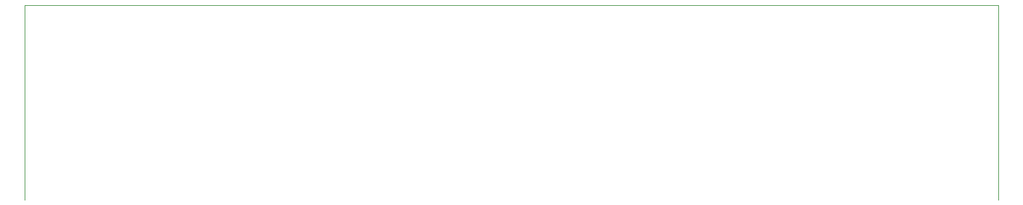
<source format=gbr>
G04 #@! TF.GenerationSoftware,KiCad,Pcbnew,(5.1.4)-1*
G04 #@! TF.CreationDate,2019-12-18T19:46:00-05:00*
G04 #@! TF.ProjectId,PB_16,50425f31-362e-46b6-9963-61645f706362,v2*
G04 #@! TF.SameCoordinates,Original*
G04 #@! TF.FileFunction,Drawing*
%FSLAX46Y46*%
G04 Gerber Fmt 4.6, Leading zero omitted, Abs format (unit mm)*
G04 Created by KiCad (PCBNEW (5.1.4)-1) date 2019-12-18 19:46:00*
%MOMM*%
%LPD*%
G04 APERTURE LIST*
%ADD10C,0.120000*%
G04 APERTURE END LIST*
D10*
X208113000Y-91693800D02*
X81113000Y-91693800D01*
X81113000Y-117093800D02*
X81113000Y-91693800D01*
X208113000Y-117093800D02*
X208113000Y-91693800D01*
M02*

</source>
